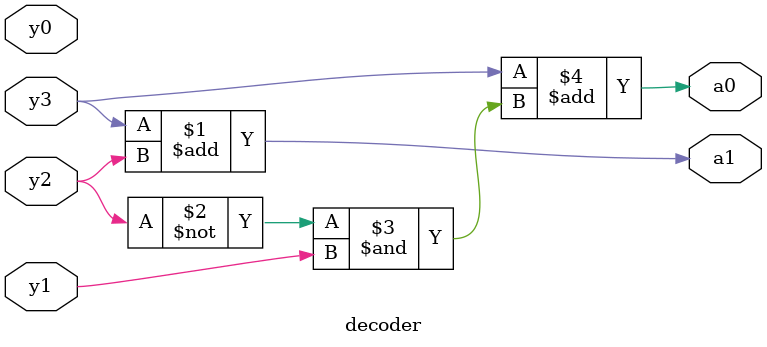
<source format=v>
module decoder(a0,a1,y0,y1,y2,y3);
input y0,y1,y2,y3;
output reg a0,a1;

assign a1 = y3 + y2;
assign a0 = y3 + ((~y2)&y1);

endmodule

</source>
